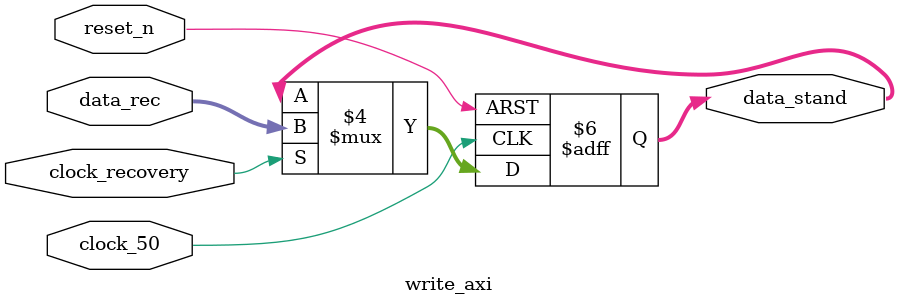
<source format=v>
module write_axi(input clock_recovery,input clock_50,input reset_n,input [13:0] data_rec,output reg [13:0] data_stand);
 
 always@(posedge clock_50 or negedge reset_n ) 
 begin 
  if(!reset_n) 
  begin 
  data_stand <= 14'd0; 
  end 
  else 
  begin 
  if(clock_recovery) 
  data_stand <= data_rec; 
  else 
  data_stand <= data_stand; 
  end 
 end 
 endmodule
</source>
